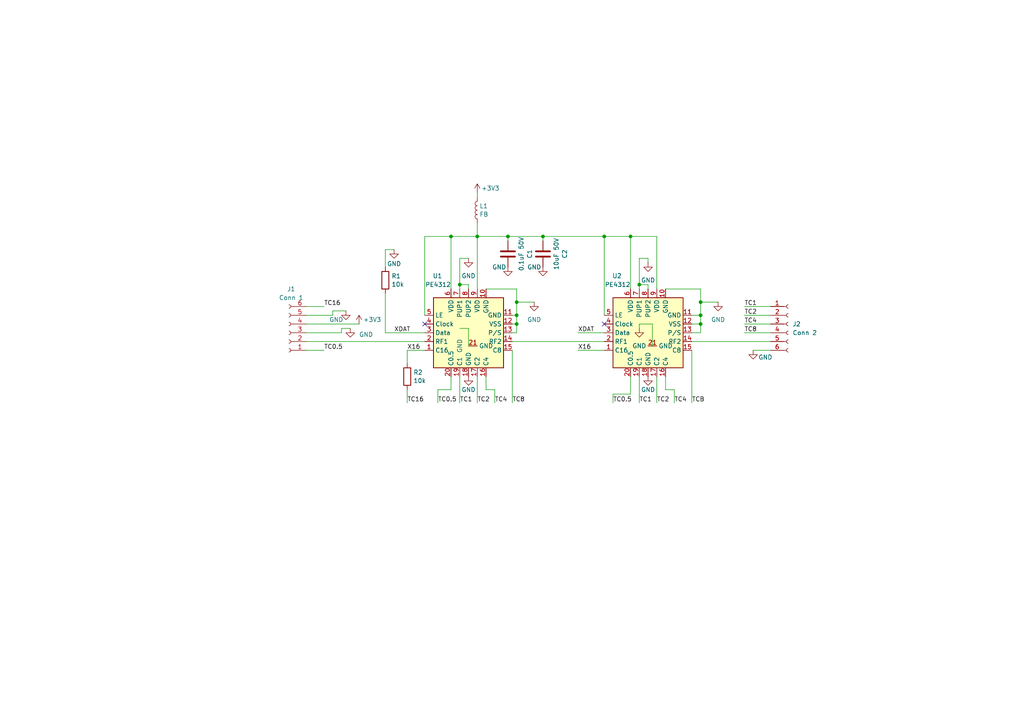
<source format=kicad_sch>
(kicad_sch (version 20250114) (generator "eeschema") (generator_version "9.0")
  (paper "A4")
  (title_block (title "T41 RF Board Attenuator Daughterboard") (date "2026-01-03") (rev "2") (comment 1 "Revised by WJ Schmidt, K9HZ") (comment 2 "Designed by Oliver King, KI3P"))
  (lib_symbols
    (symbol "Connector:Conn_01x06_Socket" (pin_names (offset 1.016) (hide yes))
      (property "Reference" "J" (at 0 7.62 0))
      (property "Value" "Conn_01x06_Socket" (at 0 -10.16 0))
      (symbol "Conn_01x06_Socket_1_1"
        (polyline (pts (xy -1.27 5.08) (xy -0.508 5.08)) (stroke (width 0.1524)))
        (polyline (pts (xy -1.27 2.54) (xy -0.508 2.54)) (stroke (width 0.1524)))
        (polyline (pts (xy -1.27 0) (xy -0.508 0)) (stroke (width 0.1524)))
        (polyline (pts (xy -1.27 -2.54) (xy -0.508 -2.54)) (stroke (width 0.1524)))
        (polyline (pts (xy -1.27 -5.08) (xy -0.508 -5.08)) (stroke (width 0.1524)))
        (polyline (pts (xy -1.27 -7.62) (xy -0.508 -7.62)) (stroke (width 0.1524)))
        (arc (start 0 4.572) (mid -0.5058 5.08) (end 0 5.588) (stroke (width 0.1524)))
        (arc (start 0 2.032) (mid -0.5058 2.54) (end 0 3.048) (stroke (width 0.1524)))
        (arc (start 0 -0.508) (mid -0.5058 0) (end 0 0.508) (stroke (width 0.1524)))
        (arc (start 0 -3.048) (mid -0.5058 -2.54) (end 0 -2.032) (stroke (width 0.1524)))
        (arc (start 0 -5.588) (mid -0.5058 -5.08) (end 0 -4.572) (stroke (width 0.1524)))
        (arc (start 0 -8.128) (mid -0.5058 -7.62) (end 0 -7.112) (stroke (width 0.1524)))
        (pin passive line (at -5.08 5.08 0) (length 3.81) (name "Pin_1") (number "1"))
        (pin passive line (at -5.08 2.54 0) (length 3.81) (name "Pin_2") (number "2"))
        (pin passive line (at -5.08 0 0) (length 3.81) (name "Pin_3") (number "3"))
        (pin passive line (at -5.08 -2.54 0) (length 3.81) (name "Pin_4") (number "4"))
        (pin passive line (at -5.08 -5.08 0) (length 3.81) (name "Pin_5") (number "5"))
        (pin passive line (at -5.08 -7.62 0) (length 3.81) (name "Pin_6") (number "6"))
      )
    )
    (symbol "Device:C" (pin_numbers (hide yes)) (pin_names (offset 0.254))
      (property "Reference" "C" (at 0.635 2.54 0))
      (property "Value" "C" (at 0.635 -2.54 0))
      (symbol "C_0_1"
        (polyline (pts (xy -2.032 0.762) (xy 2.032 0.762)) (stroke (width 0.508)))
        (polyline (pts (xy -2.032 -0.762) (xy 2.032 -0.762)) (stroke (width 0.508)))
      )
      (symbol "C_1_1"
        (pin passive line (at 0 3.81 270) (length 2.794) (name "~") (number "1"))
        (pin passive line (at 0 -3.81 90) (length 2.794) (name "~") (number "2"))
      )
    )
    (symbol "Device:L" (pin_numbers (hide yes)) (pin_names (offset 1.016) (hide yes))
      (property "Reference" "L" (at -1.27 0 90))
      (property "Value" "L" (at 1.905 0 90))
      (symbol "L_0_1"
        (arc (start 0 2.54) (mid 0.6323 1.905) (end 0 1.27))
        (arc (start 0 1.27) (mid 0.6323 0.635) (end 0 0))
        (arc (start 0 0) (mid 0.6323 -0.635) (end 0 -1.27))
        (arc (start 0 -1.27) (mid 0.6323 -1.905) (end 0 -2.54))
      )
      (symbol "L_1_1"
        (pin passive line (at 0 3.81 270) (length 1.27) (name "1") (number "1"))
        (pin passive line (at 0 -3.81 90) (length 1.27) (name "2") (number "2"))
      )
    )
    (symbol "Device:R" (pin_numbers (hide yes)) (pin_names (offset 0))
      (property "Reference" "R" (at 2.032 0 90))
      (property "Value" "R" (at 0 0 90))
      (symbol "R_0_1"
        (rectangle (start -1.016 -2.54) (end 1.016 2.54) (stroke (width 0.254)))
      )
      (symbol "R_1_1"
        (pin passive line (at 0 3.81 270) (length 1.27) (name "~") (number "1"))
        (pin passive line (at 0 -3.81 90) (length 1.27) (name "~") (number "2"))
      )
    )
    (symbol "GND_1" (power) (pin_numbers (hide yes)) (pin_names (offset 0) (hide yes))
      (property "Value" "GND" (at 0 -3.81 0))
      (symbol "GND_1_0_1"
        (polyline (pts (xy 0 0) (xy 0 -1.27) (xy 1.27 -1.27) (xy 0 -2.54) (xy -1.27 -1.27) (xy 0 -1.27)))
      )
      (symbol "GND_1_1_1"
        (pin power_in line (at 0 0 270) (length 0) (name "~") (number "1"))
      )
    )
    (symbol "GND_2" (power) (pin_numbers (hide yes)) (pin_names (offset 0) (hide yes))
      (property "Value" "GND" (at 0 -3.81 0))
      (symbol "GND_2_0_1"
        (polyline (pts (xy 0 0) (xy 0 -1.27) (xy 1.27 -1.27) (xy 0 -2.54) (xy -1.27 -1.27) (xy 0 -1.27)))
      )
      (symbol "GND_2_1_1"
        (pin power_in line (at 0 0 270) (length 0) (name "~") (number "1"))
      )
    )
    (symbol "GND_3" (power) (pin_numbers (hide yes)) (pin_names (offset 0) (hide yes))
      (property "Value" "GND" (at 0 -3.81 0))
      (symbol "GND_3_0_1"
        (polyline (pts (xy 0 0) (xy 0 -1.27) (xy 1.27 -1.27) (xy 0 -2.54) (xy -1.27 -1.27) (xy 0 -1.27)))
      )
      (symbol "GND_3_1_1"
        (pin power_in line (at 0 0 270) (length 0) (name "~") (number "1"))
      )
    )
    (symbol "GND_4" (power) (pin_numbers (hide yes)) (pin_names (offset 0) (hide yes))
      (property "Value" "GND" (at 0 -3.81 0))
      (symbol "GND_4_0_1"
        (polyline (pts (xy 0 0) (xy 0 -1.27) (xy 1.27 -1.27) (xy 0 -2.54) (xy -1.27 -1.27) (xy 0 -1.27)))
      )
      (symbol "GND_4_1_1"
        (pin power_in line (at 0 0 270) (length 0) (name "~") (number "1"))
      )
    )
    (symbol "T41_Library:PE4312"
      (property "Reference" "U" (at 0 -0.635 0))
      (property "Value" "PE4312" (at 0 1.905 0))
      (symbol "PE4312_0_1"
        (rectangle (start -10.16 10.16) (end 10.16 -10.16) (stroke (width 0.254)) (fill (type background)))
      )
      (symbol "PE4312_1_1"
        (pin input line (at -12.7 5.08 0) (length 2.54) (name "GND") (number "11"))
        (pin input line (at -12.7 2.54 0) (length 2.54) (name "VSS") (number "12"))
        (pin input line (at -12.7 0 0) (length 2.54) (name "P/S") (number "13"))
        (pin input line (at -12.7 -2.54 0) (length 2.54) (name "RF2") (number "14"))
        (pin input line (at -12.7 -5.08 0) (length 2.54) (name "C8") (number "15"))
        (pin input line (at -5.08 12.7 270) (length 2.54) (name "GND") (number "10"))
        (pin input line (at -5.08 -12.7 90) (length 2.54) (name "C4") (number "16"))
        (pin input line (at -2.54 12.7 270) (length 2.54) (name "VDD") (number "9"))
        (pin input line (at -2.54 -12.7 90) (length 2.54) (name "C2") (number "17"))
        (pin input line (at 0 12.7 270) (length 2.54) (name "PUP2") (number "8"))
        (pin input line (at 0 -3.81 180) (length 2.54) (name "GND") (number "21"))
        (pin input line (at 0 -12.7 90) (length 2.54) (name "GND") (number "18"))
        (pin input line (at 2.54 12.7 270) (length 2.54) (name "PUP1") (number "7"))
        (pin input line (at 2.54 -12.7 90) (length 2.54) (name "C1") (number "19"))
        (pin input line (at 5.08 12.7 270) (length 2.54) (name "VDD") (number "6"))
        (pin input line (at 5.08 -12.7 90) (length 2.54) (name "C0.5") (number "20"))
        (pin input line (at 12.7 5.08 180) (length 2.54) (name "LE") (number "5"))
        (pin input line (at 12.7 2.54 180) (length 2.54) (name "Clock") (number "4"))
        (pin input line (at 12.7 0 180) (length 2.54) (name "Data") (number "3"))
        (pin input line (at 12.7 -2.54 180) (length 2.54) (name "RF1") (number "2"))
        (pin input line (at 12.7 -5.08 180) (length 2.54) (name "C16") (number "1"))
      )
    )
    (symbol "power:+3V3" (power) (pin_names (offset 0))
      (property "Value" "+3V3" (at 0 3.556 0))
      (symbol "+3V3_0_1"
        (polyline (pts (xy -0.762 1.27) (xy 0 2.54)))
        (polyline (pts (xy 0 2.54) (xy 0.762 1.27)))
        (polyline (pts (xy 0 0) (xy 0 2.54)))
      )
      (symbol "+3V3_1_1"
        (pin power_in line (at 0 0 90) (length 0) (hide yes) (name "+3V3") (number "1"))
      )
    )
    (symbol "power:GND" (power) (pin_names (offset 0))
      (property "Value" "GND" (at 0 -3.81 0))
      (symbol "GND_0_1"
        (polyline (pts (xy 0 0) (xy 0 -1.27) (xy 1.27 -1.27) (xy 0 -2.54) (xy -1.27 -1.27) (xy 0 -1.27)))
      )
      (symbol "GND_1_1"
        (pin power_in line (at 0 0 270) (length 0) (hide yes) (name "GND") (number "1"))
      )
    )
  )
  (junction (at 138.43 68.58))
  (junction (at 203.2 91.44))
  (junction (at 133.35 82.55))
  (junction (at 149.86 87.63))
  (junction (at 203.2 87.63))
  (junction (at 130.81 68.58))
  (junction (at 175.26 68.58))
  (junction (at 182.88 68.58))
  (junction (at 149.86 91.44))
  (junction (at 203.2 93.98))
  (junction (at 157.48 68.58))
  (junction (at 149.86 93.98))
  (junction (at 185.42 82.55))
  (junction (at 147.32 68.58))
  (no_connect (at 123.19 93.98))
  (no_connect (at 175.26 93.98))
  (wire (pts (xy 99.06 95.25) (xy 99.06 96.52)))
  (wire (pts (xy 182.88 68.58) (xy 182.88 83.82)))
  (wire (pts (xy 148.59 93.98) (xy 149.86 93.98)))
  (wire (pts (xy 157.48 68.58) (xy 175.26 68.58)))
  (wire (pts (xy 148.59 101.6) (xy 148.59 116.84)))
  (wire (pts (xy 157.48 69.85) (xy 157.48 68.58)))
  (wire (pts (xy 143.51 113.03) (xy 143.51 116.84)))
  (wire (pts (xy 189.23 93.98) (xy 185.42 93.98)))
  (wire (pts (xy 138.43 109.22) (xy 138.43 116.84)))
  (wire (pts (xy 203.2 83.82) (xy 203.2 87.63)))
  (wire (pts (xy 187.96 82.55) (xy 185.42 82.55)))
  (wire (pts (xy 140.97 113.03) (xy 140.97 109.22)))
  (wire (pts (xy 177.8 114.3) (xy 177.8 116.84)))
  (wire (pts (xy 175.26 91.44) (xy 175.26 68.58)))
  (wire (pts (xy 135.89 74.93) (xy 133.35 74.93)))
  (wire (pts (xy 185.42 82.55) (xy 185.42 74.93)))
  (wire (pts (xy 167.64 101.6) (xy 175.26 101.6)))
  (wire (pts (xy 149.86 91.44) (xy 148.59 91.44)))
  (wire (pts (xy 147.32 68.58) (xy 147.32 69.85)))
  (wire (pts (xy 148.59 99.06) (xy 175.26 99.06)))
  (wire (pts (xy 182.88 109.22) (xy 182.88 114.3)))
  (wire (pts (xy 133.35 82.55) (xy 135.89 82.55)))
  (wire (pts (xy 130.81 68.58) (xy 130.81 83.82)))
  (wire (pts (xy 135.89 100.33) (xy 135.89 95.25)))
  (wire (pts (xy 138.43 57.15) (xy 138.43 55.88)))
  (wire (pts (xy 88.9 99.06) (xy 123.19 99.06)))
  (wire (pts (xy 185.42 93.98) (xy 185.42 95.25)))
  (wire (pts (xy 111.76 96.52) (xy 111.76 85.09)))
  (wire (pts (xy 175.26 68.58) (xy 182.88 68.58)))
  (wire (pts (xy 147.32 68.58) (xy 138.43 68.58)))
  (wire (pts (xy 149.86 87.63) (xy 149.86 91.44)))
  (wire (pts (xy 133.35 83.82) (xy 133.35 82.55)))
  (wire (pts (xy 99.06 96.52) (xy 88.9 96.52)))
  (wire (pts (xy 149.86 87.63) (xy 154.94 87.63)))
  (wire (pts (xy 130.81 113.03) (xy 130.81 109.22)))
  (wire (pts (xy 96.52 90.17) (xy 96.52 91.44)))
  (wire (pts (xy 215.9 93.98) (xy 223.52 93.98)))
  (wire (pts (xy 96.52 91.44) (xy 88.9 91.44)))
  (wire (pts (xy 149.86 83.82) (xy 149.86 87.63)))
  (wire (pts (xy 140.97 83.82) (xy 149.86 83.82)))
  (wire (pts (xy 203.2 91.44) (xy 203.2 93.98)))
  (wire (pts (xy 133.35 74.93) (xy 133.35 82.55)))
  (wire (pts (xy 130.81 68.58) (xy 138.43 68.58)))
  (wire (pts (xy 187.96 74.93) (xy 187.96 76.2)))
  (wire (pts (xy 203.2 96.52) (xy 200.66 96.52)))
  (wire (pts (xy 143.51 113.03) (xy 140.97 113.03)))
  (wire (pts (xy 88.9 101.6) (xy 93.98 101.6)))
  (wire (pts (xy 190.5 68.58) (xy 190.5 83.82)))
  (wire (pts (xy 149.86 93.98) (xy 149.86 91.44)))
  (wire (pts (xy 187.96 83.82) (xy 187.96 82.55)))
  (wire (pts (xy 193.04 83.82) (xy 203.2 83.82)))
  (wire (pts (xy 203.2 93.98) (xy 203.2 96.52)))
  (wire (pts (xy 138.43 68.58) (xy 138.43 83.82)))
  (wire (pts (xy 99.06 95.25) (xy 101.6 95.25)))
  (wire (pts (xy 135.89 82.55) (xy 135.89 83.82)))
  (wire (pts (xy 200.66 99.06) (xy 223.52 99.06)))
  (wire (pts (xy 96.52 90.17) (xy 100.33 90.17)))
  (wire (pts (xy 200.66 101.6) (xy 200.66 116.84)))
  (wire (pts (xy 149.86 93.98) (xy 149.86 96.52)))
  (wire (pts (xy 200.66 91.44) (xy 203.2 91.44)))
  (wire (pts (xy 203.2 87.63) (xy 208.28 87.63)))
  (wire (pts (xy 133.35 109.22) (xy 133.35 116.84)))
  (wire (pts (xy 127 113.03) (xy 127 116.84)))
  (wire (pts (xy 88.9 88.9) (xy 93.98 88.9)))
  (wire (pts (xy 127 113.03) (xy 130.81 113.03)))
  (wire (pts (xy 185.42 109.22) (xy 185.42 116.84)))
  (wire (pts (xy 189.23 100.33) (xy 189.23 93.98)))
  (wire (pts (xy 118.11 101.6) (xy 123.19 101.6)))
  (wire (pts (xy 218.44 101.6) (xy 223.52 101.6)))
  (wire (pts (xy 138.43 64.77) (xy 138.43 68.58)))
  (wire (pts (xy 157.48 68.58) (xy 147.32 68.58)))
  (wire (pts (xy 185.42 74.93) (xy 187.96 74.93)))
  (wire (pts (xy 123.19 68.58) (xy 130.81 68.58)))
  (wire (pts (xy 195.58 113.03) (xy 195.58 116.84)))
  (wire (pts (xy 185.42 83.82) (xy 185.42 82.55)))
  (wire (pts (xy 203.2 87.63) (xy 203.2 91.44)))
  (wire (pts (xy 190.5 109.22) (xy 190.5 116.84)))
  (wire (pts (xy 118.11 101.6) (xy 118.11 105.41)))
  (wire (pts (xy 193.04 109.22) (xy 193.04 113.03)))
  (wire (pts (xy 193.04 113.03) (xy 195.58 113.03)))
  (wire (pts (xy 135.89 95.25) (xy 133.35 95.25)))
  (wire (pts (xy 123.19 91.44) (xy 123.19 68.58)))
  (wire (pts (xy 215.9 91.44) (xy 223.52 91.44)))
  (wire (pts (xy 111.76 77.47) (xy 111.76 72.39)))
  (wire (pts (xy 148.59 96.52) (xy 149.86 96.52)))
  (wire (pts (xy 182.88 114.3) (xy 177.8 114.3)))
  (wire (pts (xy 215.9 96.52) (xy 223.52 96.52)))
  (wire (pts (xy 88.9 93.98) (xy 104.14 93.98)))
  (wire (pts (xy 167.64 96.52) (xy 175.26 96.52)))
  (wire (pts (xy 200.66 93.98) (xy 203.2 93.98)))
  (wire (pts (xy 215.9 88.9) (xy 223.52 88.9)))
  (wire (pts (xy 123.19 96.52) (xy 111.76 96.52)))
  (wire (pts (xy 118.11 113.03) (xy 118.11 116.84)))
  (wire (pts (xy 111.76 72.39) (xy 114.3 72.39)))
  (wire (pts (xy 182.88 68.58) (xy 190.5 68.58)))
  (label "TC0.5" (at 177.8 116.84 0))
  (label "TC8" (at 215.9 96.52 0))
  (label "TC1" (at 215.9 88.9 0))
  (label "TC2" (at 215.9 91.44 0))
  (label "XDAT" (at 167.64 96.52 0))
  (label "TC4" (at 143.51 116.84 0))
  (label "TC1" (at 133.35 116.84 0))
  (label "TC4" (at 195.58 116.84 0))
  (label "XDAT" (at 114.3 96.52 0))
  (label "TC0.5" (at 127 116.84 0))
  (label "TC16" (at 93.98 88.9 0))
  (label "TC2" (at 190.5 116.84 0))
  (label "TCB" (at 200.66 116.84 0))
  (label "TC2" (at 138.43 116.84 0))
  (label "X16" (at 167.64 101.6 0))
  (label "TC1" (at 185.42 116.84 0))
  (label "TC4" (at 215.9 93.98 0))
  (label "TC0.5" (at 93.98 101.6 0))
  (label "TC8" (at 148.59 116.84 0))
  (label "X16" (at 118.11 101.6 0))
  (label "TC16" (at 118.11 116.84 0))
  (symbol (lib_id "T41_Library:PE4312") (at 135.89 96.52 0) (mirror y) (unit 1)
    (property "Reference" "U1" (at 128.27 80.01 0) (effects (justify left)))
    (property "Value" "PE4312" (at 130.81 82.55 0) (effects (justify left)))
    (property "Footprint" "T41_Library:PE4312-QFN-20" (effects (hide yes)))
    (property "Datasheet" "https://www.psemi.com/pdf/datasheets/pe4312ds.pdf" (effects (hide yes)))
    (property "LCSC" "C500480" (effects (hide yes)))
    (property "PN" "PE4312C-Z" (effects (hide yes)))
  )
  (symbol (lib_id "power:GND") (at 135.89 109.22 0) (unit 1)
    (property "Reference" "#PWR03" (effects (hide yes)))
    (property "Value" "GND" (at 135.89 113.03 0))
  )
  (symbol (lib_id "power:GND") (at 114.3 72.39 0) (unit 1)
    (property "Reference" "#PWR01" (effects (hide yes)))
    (property "Value" "GND" (at 114.3 76.5231 0))
  )
  (symbol (lib_id "Device:C") (at 147.32 73.66 0) (mirror x) (unit 1)
    (property "Reference" "C1" (at 153.6233 73.66 90))
    (property "Value" "0.1uF 50V" (at 151.1991 73.66 90))
    (property "Footprint" "Capacitor_SMD:C_0603_1608Metric" (effects (hide yes)))
    (property "LCSC" "C14663" (effects (hide yes)))
    (property "PN" "CC0603KRX7R9BB104" (effects (hide yes)))
  )
  (symbol (lib_id "power:GND") (at 135.89 74.93 0) (unit 1)
    (property "Reference" "#PWR07" (effects (hide yes)))
    (property "Value" "GND" (at 135.89 80.01 0))
  )
  (symbol (lib_id "power:+3V3") (at 104.14 93.98 0) (unit 1)
    (property "Reference" "#PWR010" (effects (hide yes)))
    (property "Value" "+3V3" (at 107.95 92.71 0))
  )
  (symbol (lib_id "Device:L") (at 138.43 60.96 0) (mirror y) (unit 1)
    (property "Reference" "L1" (at 139.0649 59.7478 0) (effects (justify right)))
    (property "Value" "FB" (at 139.0649 62.1721 0) (effects (justify right)))
    (property "Footprint" "Resistor_SMD:R_0603_1608Metric" (effects (hide yes)))
    (property "LCSC" "C1002" (effects (hide yes)))
    (property "PN" "BMC-Q1JY0500H" (effects (hide yes)))
  )
  (symbol (lib_id "power:GND") (at 101.6 95.25 0) (unit 1)
    (property "Reference" "#PWR09" (effects (hide yes)))
    (property "Value" "GND" (at 106.172 97.028 0))
  )
  (symbol (lib_id "Device:R") (at 118.11 109.22 0) (unit 1)
    (property "Reference" "R2" (at 119.888 108.0079 0) (effects (justify left)))
    (property "Value" "10k" (at 119.888 110.4321 0) (effects (justify left)))
    (property "Footprint" "Resistor_SMD:R_0603_1608Metric" (effects (hide yes)))
    (property "LCSC" "C25804" (effects (hide yes)))
    (property "PN" "CMP0603-FX-1002ELF" (effects (hide yes)))
  )
  (symbol (lib_id "power:GND") (at 100.33 90.17 0) (unit 1)
    (property "Reference" "#PWR08" (effects (hide yes)))
    (property "Value" "GND" (at 97.536 92.71 0))
  )
  (symbol (lib_id "Device:R") (at 111.76 81.28 0) (unit 1)
    (property "Reference" "R1" (at 113.538 80.0679 0) (effects (justify left)))
    (property "Value" "10k" (at 113.538 82.4921 0) (effects (justify left)))
    (property "Footprint" "Resistor_SMD:R_0603_1608Metric" (effects (hide yes)))
    (property "LCSC" "C25804" (effects (hide yes)))
    (property "PN" "CMP0603-FX-1002ELF" (effects (hide yes)))
  )
  (symbol (lib_id "power:GND") (at 147.32 77.47 0) (unit 1)
    (property "Reference" "#PWR02" (effects (hide yes)))
    (property "Value" "GND" (at 144.78 77.47 0))
  )
  (symbol (lib_name "GND_1") (lib_id "power:GND") (at 187.96 109.22 0) (unit 1)
    (property "Reference" "#PWR013" (effects (hide yes)))
    (property "Value" "GND" (at 187.96 113.03 0))
    (property "Description" "Power symbol creates a global label with name \"GND\" , ground" (effects (hide yes)))
  )
  (symbol (lib_name "GND_2") (lib_id "power:GND") (at 185.42 95.25 0) (unit 1)
    (property "Reference" "#PWR014" (effects (hide yes)))
    (property "Value" "GND" (at 185.42 100.33 0))
    (property "Description" "Power symbol creates a global label with name \"GND\" , ground" (effects (hide yes)))
  )
  (symbol (lib_name "GND_3") (lib_id "power:GND") (at 187.96 76.2 0) (unit 1)
    (property "Reference" "#PWR015" (effects (hide yes)))
    (property "Value" "GND" (at 187.96 81.28 0))
    (property "Description" "Power symbol creates a global label with name \"GND\" , ground" (effects (hide yes)))
  )
  (symbol (lib_id "Device:C") (at 157.48 73.66 0) (mirror x) (unit 1)
    (property "Reference" "C2" (at 163.7833 73.66 90))
    (property "Value" "10uF 50V" (at 161.3591 73.66 90))
    (property "Footprint" "Capacitor_SMD:C_0603_1608Metric" (effects (hide yes)))
    (property "LCSC" "C96446" (effects (hide yes)))
    (property "PN" "GXT188R61C106KE13D" (effects (hide yes)))
  )
  (symbol (lib_name "GND_4") (lib_id "power:GND") (at 208.28 87.63 0) (unit 1)
    (property "Reference" "#PWR016" (effects (hide yes)))
    (property "Value" "GND" (at 208.28 92.71 0))
    (property "Description" "Power symbol creates a global label with name \"GND\" , ground" (effects (hide yes)))
  )
  (symbol (lib_id "power:GND") (at 154.94 87.63 0) (unit 1)
    (property "Reference" "#PWR05" (effects (hide yes)))
    (property "Value" "GND" (at 154.94 92.71 0))
  )
  (symbol (lib_id "Connector:Conn_01x06_Socket") (at 228.6 93.98 0) (unit 1)
    (property "Reference" "J2" (at 229.87 93.9799 0) (effects (justify left)))
    (property "Value" "Conn 2" (at 229.87 96.5199 0) (effects (justify left)))
    (property "Footprint" "Connector_PinHeader_2.54mm:PinHeader_1x06_P2.54mm_Vertical" (effects (hide yes)))
    (property "Description" "Generic connector, single row, 01x06, script generated" (effects (hide yes)))
  )
  (symbol (lib_id "power:GND") (at 218.44 101.6 0) (unit 1)
    (property "Reference" "#PWR011" (effects (hide yes)))
    (property "Value" "GND" (at 221.996 103.632 0))
  )
  (symbol (lib_id "T41_Library:PE4312") (at 187.96 96.52 0) (mirror y) (unit 1)
    (property "Reference" "U2" (at 180.34 80.01 0) (effects (justify left)))
    (property "Value" "PE4312" (at 182.88 82.55 0) (effects (justify left)))
    (property "Footprint" "T41_Library:PE4312-QFN-20" (effects (hide yes)))
    (property "Datasheet" "https://www.psemi.com/pdf/datasheets/pe4312ds.pdf" (effects (hide yes)))
    (property "LCSC" "C500480" (effects (hide yes)))
    (property "PN" "PE4312C-Z" (effects (hide yes)))
  )
  (symbol (lib_id "power:+3V3") (at 138.43 55.88 0) (unit 1)
    (property "Reference" "#PWR04" (effects (hide yes)))
    (property "Value" "+3V3" (at 142.24 54.61 0))
  )
  (symbol (lib_id "power:GND") (at 157.48 77.47 0) (unit 1)
    (property "Reference" "#PWR012" (effects (hide yes)))
    (property "Value" "GND" (at 154.94 77.47 0))
  )
  (symbol (lib_id "power:GND") (at 133.35 95.25 0) (unit 1)
    (property "Reference" "#PWR06" (effects (hide yes)))
    (property "Value" "GND" (at 133.35 100.33 90))
  )
  (symbol (lib_id "Connector:Conn_01x06_Socket") (at 83.82 96.52 180) (unit 1)
    (property "Reference" "J1" (at 84.455 83.82 0))
    (property "Value" "Conn 1" (at 84.455 86.36 0))
    (property "Footprint" "Connector_PinHeader_2.54mm:PinHeader_1x06_P2.54mm_Vertical" (effects (hide yes)))
    (property "Description" "Generic connector, single row, 01x06, script generated" (effects (hide yes)))
  )
)
</source>
